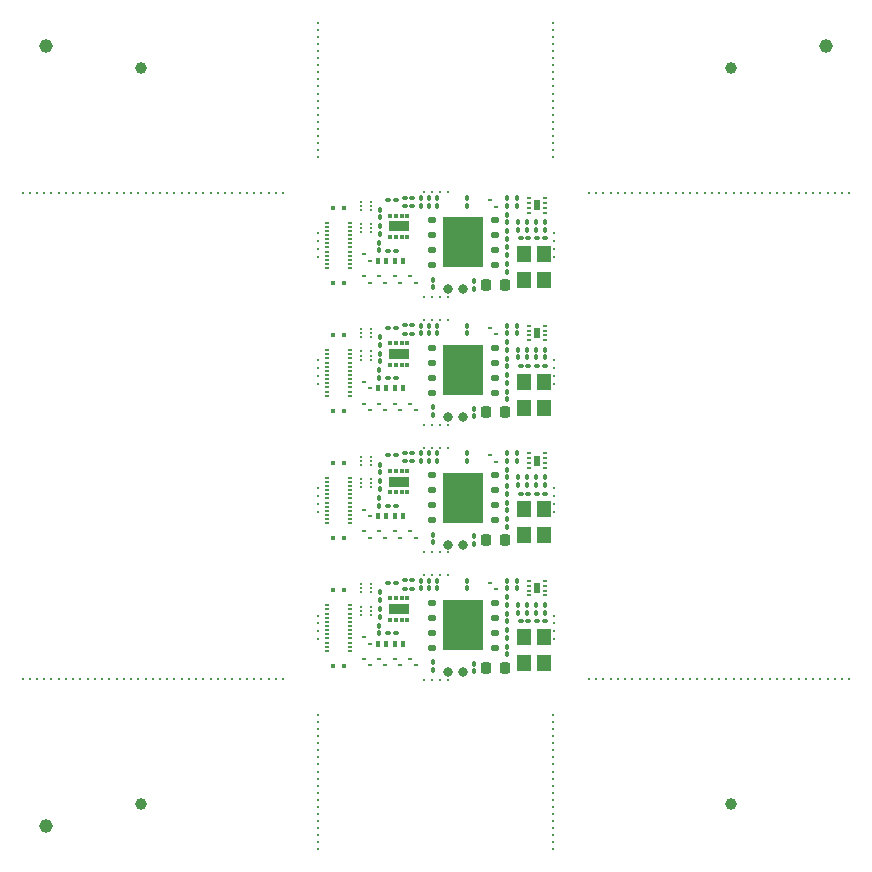
<source format=gbs>
G04 #@! TF.GenerationSoftware,KiCad,Pcbnew,9.0.0*
G04 #@! TF.CreationDate,2025-02-23T12:29:13-05:00*
G04 #@! TF.ProjectId,rp2350-decoder,72703233-3530-42d6-9465-636f6465722e,v0.0.2*
G04 #@! TF.SameCoordinates,Original*
G04 #@! TF.FileFunction,Soldermask,Bot*
G04 #@! TF.FilePolarity,Negative*
%FSLAX46Y46*%
G04 Gerber Fmt 4.6, Leading zero omitted, Abs format (unit mm)*
G04 Created by KiCad (PCBNEW 9.0.0) date 2025-02-23 12:29:13*
%MOMM*%
%LPD*%
G01*
G04 APERTURE LIST*
G04 Aperture macros list*
%AMRoundRect*
0 Rectangle with rounded corners*
0 $1 Rounding radius*
0 $2 $3 $4 $5 $6 $7 $8 $9 X,Y pos of 4 corners*
0 Add a 4 corners polygon primitive as box body*
4,1,4,$2,$3,$4,$5,$6,$7,$8,$9,$2,$3,0*
0 Add four circle primitives for the rounded corners*
1,1,$1+$1,$2,$3*
1,1,$1+$1,$4,$5*
1,1,$1+$1,$6,$7*
1,1,$1+$1,$8,$9*
0 Add four rect primitives between the rounded corners*
20,1,$1+$1,$2,$3,$4,$5,0*
20,1,$1+$1,$4,$5,$6,$7,0*
20,1,$1+$1,$6,$7,$8,$9,0*
20,1,$1+$1,$8,$9,$2,$3,0*%
G04 Aperture macros list end*
%ADD10C,0.300000*%
%ADD11C,1.152000*%
%ADD12RoundRect,0.050000X0.050000X0.050000X-0.050000X0.050000X-0.050000X-0.050000X0.050000X-0.050000X0*%
%ADD13RoundRect,0.100000X0.130000X0.100000X-0.130000X0.100000X-0.130000X-0.100000X0.130000X-0.100000X0*%
%ADD14RoundRect,0.100000X0.100000X-0.130000X0.100000X0.130000X-0.100000X0.130000X-0.100000X-0.130000X0*%
%ADD15RoundRect,0.100000X-0.100000X0.130000X-0.100000X-0.130000X0.100000X-0.130000X0.100000X0.130000X0*%
%ADD16R,0.350000X0.600000*%
%ADD17R,0.400000X0.180000*%
%ADD18R,0.380000X0.400000*%
%ADD19C,0.800000*%
%ADD20RoundRect,0.125000X0.250000X0.125000X-0.250000X0.125000X-0.250000X-0.125000X0.250000X-0.125000X0*%
%ADD21R,3.400000X4.300000*%
%ADD22C,1.000000*%
%ADD23RoundRect,0.225000X0.225000X0.250000X-0.225000X0.250000X-0.225000X-0.250000X0.225000X-0.250000X0*%
%ADD24R,0.280000X0.100000*%
%ADD25R,0.350000X0.150000*%
%ADD26R,1.200000X1.400000*%
%ADD27R,0.300000X0.450000*%
%ADD28R,1.700000X0.900000*%
%ADD29R,0.400000X0.200000*%
%ADD30R,0.500000X0.900000*%
%ADD31RoundRect,0.100000X-0.130000X-0.100000X0.130000X-0.100000X0.130000X0.100000X-0.130000X0.100000X0*%
G04 APERTURE END LIST*
D10*
G04 #@! TO.C,KiKit_MB_23_19*
X58975000Y-14400000D03*
G04 #@! TD*
G04 #@! TO.C,KiKit_MB_24_10*
X53462500Y-55600000D03*
G04 #@! TD*
G04 #@! TO.C,KiKit_MB_18_6*
X44950000Y-3000000D03*
G04 #@! TD*
G04 #@! TO.C,KiKit_MB_18_2*
X44950000Y-600000D03*
G04 #@! TD*
G04 #@! TO.C,KiKit_MB_20_5*
X44950000Y-61000000D03*
G04 #@! TD*
G04 #@! TO.C,KiKit_MB_5_2*
X25020000Y-29933333D03*
G04 #@! TD*
G04 #@! TO.C,KiKit_MB_1_4*
X25020000Y-17800000D03*
G04 #@! TD*
G04 #@! TO.C,KiKit_MB_17_17*
X25050000Y-9600000D03*
G04 #@! TD*
G04 #@! TO.C,KiKit_MB_23_33*
X67550000Y-14400000D03*
G04 #@! TD*
G04 #@! TO.C,KiKit_MB_20_10*
X44950000Y-64000000D03*
G04 #@! TD*
G04 #@! TO.C,KiKit_MB_15_1*
X34000000Y-46770000D03*
G04 #@! TD*
G04 #@! TO.C,KiKit_MB_19_6*
X25050000Y-61600000D03*
G04 #@! TD*
G04 #@! TO.C,KiKit_MB_12_2*
X35333333Y-44830000D03*
G04 #@! TD*
G04 #@! TO.C,KiKit_MB_1_3*
X25020000Y-18466667D03*
G04 #@! TD*
G04 #@! TO.C,KiKit_MB_20_20*
X44950000Y-70000000D03*
G04 #@! TD*
G04 #@! TO.C,KiKit_MB_9_4*
X25020000Y-39400000D03*
G04 #@! TD*
G04 #@! TO.C,KiKit_MB_21_21*
X12250000Y-14400000D03*
G04 #@! TD*
D11*
G04 #@! TO.C,KiKit_TO_2*
X68000000Y-2000000D03*
G04 #@! TD*
D10*
G04 #@! TO.C,KiKit_MB_13_2*
X25020000Y-51533333D03*
G04 #@! TD*
G04 #@! TO.C,KiKit_MB_18_5*
X44950000Y-2400000D03*
G04 #@! TD*
G04 #@! TO.C,KiKit_MB_23_24*
X62037500Y-14400000D03*
G04 #@! TD*
G04 #@! TO.C,KiKit_MB_22_10*
X5512500Y-55600000D03*
G04 #@! TD*
G04 #@! TO.C,KiKit_MB_21_8*
X4287500Y-14400000D03*
G04 #@! TD*
G04 #@! TO.C,KiKit_MB_2_4*
X44980000Y-19800000D03*
G04 #@! TD*
G04 #@! TO.C,KiKit_MB_18_20*
X44950000Y-11400000D03*
G04 #@! TD*
G04 #@! TO.C,KiKit_MB_18_15*
X44950000Y-8400000D03*
G04 #@! TD*
G04 #@! TO.C,KiKit_MB_21_1*
X0Y-14400000D03*
G04 #@! TD*
G04 #@! TO.C,KiKit_MB_24_6*
X51012500Y-55600000D03*
G04 #@! TD*
G04 #@! TO.C,KiKit_MB_21_31*
X18375000Y-14400000D03*
G04 #@! TD*
G04 #@! TO.C,KiKit_MB_17_5*
X25050000Y-2400000D03*
G04 #@! TD*
G04 #@! TO.C,KiKit_MB_18_13*
X44950000Y-7200000D03*
G04 #@! TD*
G04 #@! TO.C,KiKit_MB_21_24*
X14087500Y-14400000D03*
G04 #@! TD*
G04 #@! TO.C,KiKit_MB_22_17*
X9800000Y-55600000D03*
G04 #@! TD*
G04 #@! TO.C,KiKit_MB_18_11*
X44950000Y-6000000D03*
G04 #@! TD*
G04 #@! TO.C,KiKit_MB_22_7*
X3675000Y-55600000D03*
G04 #@! TD*
G04 #@! TO.C,KiKit_MB_24_22*
X60812500Y-55600000D03*
G04 #@! TD*
G04 #@! TO.C,KiKit_MB_23_18*
X58362500Y-14400000D03*
G04 #@! TD*
G04 #@! TO.C,KiKit_MB_20_16*
X44950000Y-67600000D03*
G04 #@! TD*
G04 #@! TO.C,KiKit_MB_23_14*
X55912500Y-14400000D03*
G04 #@! TD*
G04 #@! TO.C,KiKit_MB_24_35*
X68775000Y-55600000D03*
G04 #@! TD*
G04 #@! TO.C,KiKit_MB_19_1*
X25050000Y-58600000D03*
G04 #@! TD*
G04 #@! TO.C,KiKit_MB_6_1*
X44980000Y-28600000D03*
G04 #@! TD*
G04 #@! TO.C,KiKit_MB_21_34*
X20212500Y-14400000D03*
G04 #@! TD*
G04 #@! TO.C,KiKit_MB_19_12*
X25050000Y-65200000D03*
G04 #@! TD*
G04 #@! TO.C,KiKit_MB_17_11*
X25050000Y-6000000D03*
G04 #@! TD*
G04 #@! TO.C,KiKit_MB_17_16*
X25050000Y-9000000D03*
G04 #@! TD*
G04 #@! TO.C,KiKit_MB_21_35*
X20825000Y-14400000D03*
G04 #@! TD*
G04 #@! TO.C,KiKit_MB_14_2*
X44980000Y-50866666D03*
G04 #@! TD*
G04 #@! TO.C,KiKit_MB_22_4*
X1837500Y-55600000D03*
G04 #@! TD*
G04 #@! TO.C,KiKit_MB_22_19*
X11025000Y-55600000D03*
G04 #@! TD*
G04 #@! TO.C,KiKit_MB_2_3*
X44980000Y-19133333D03*
G04 #@! TD*
G04 #@! TO.C,KiKit_MB_23_12*
X54687500Y-14400000D03*
G04 #@! TD*
G04 #@! TO.C,KiKit_MB_24_36*
X69387500Y-55600000D03*
G04 #@! TD*
G04 #@! TO.C,KiKit_MB_22_27*
X15925000Y-55600000D03*
G04 #@! TD*
G04 #@! TO.C,KiKit_MB_19_18*
X25050000Y-68800000D03*
G04 #@! TD*
G04 #@! TO.C,KiKit_MB_19_14*
X25050000Y-66400000D03*
G04 #@! TD*
G04 #@! TO.C,KiKit_MB_23_26*
X63262500Y-14400000D03*
G04 #@! TD*
G04 #@! TO.C,KiKit_MB_8_3*
X34666667Y-34030000D03*
G04 #@! TD*
G04 #@! TO.C,KiKit_MB_18_14*
X44950000Y-7800000D03*
G04 #@! TD*
G04 #@! TO.C,KiKit_MB_21_30*
X17762500Y-14400000D03*
G04 #@! TD*
G04 #@! TO.C,KiKit_MB_24_7*
X51625000Y-55600000D03*
G04 #@! TD*
G04 #@! TO.C,KiKit_MB_12_3*
X34666667Y-44830000D03*
G04 #@! TD*
G04 #@! TO.C,KiKit_MB_23_20*
X59587500Y-14400000D03*
G04 #@! TD*
G04 #@! TO.C,KiKit_MB_10_1*
X44980000Y-39400000D03*
G04 #@! TD*
G04 #@! TO.C,KiKit_MB_20_18*
X44950000Y-68800000D03*
G04 #@! TD*
G04 #@! TO.C,KiKit_MB_23_17*
X57750000Y-14400000D03*
G04 #@! TD*
G04 #@! TO.C,KiKit_MB_24_25*
X62650000Y-55600000D03*
G04 #@! TD*
G04 #@! TO.C,KiKit_MB_13_1*
X25020000Y-52200000D03*
G04 #@! TD*
G04 #@! TO.C,KiKit_MB_22_24*
X14087500Y-55600000D03*
G04 #@! TD*
G04 #@! TO.C,KiKit_MB_11_1*
X34000000Y-35970000D03*
G04 #@! TD*
G04 #@! TO.C,KiKit_MB_24_20*
X59587500Y-55600000D03*
G04 #@! TD*
G04 #@! TO.C,KiKit_MB_3_4*
X36000000Y-14370000D03*
G04 #@! TD*
G04 #@! TO.C,KiKit_MB_23_4*
X49787500Y-14400000D03*
G04 #@! TD*
G04 #@! TO.C,KiKit_MB_14_1*
X44980000Y-50200000D03*
G04 #@! TD*
G04 #@! TO.C,KiKit_MB_21_10*
X5512500Y-14400000D03*
G04 #@! TD*
G04 #@! TO.C,KiKit_MB_17_14*
X25050000Y-7800000D03*
G04 #@! TD*
G04 #@! TO.C,KiKit_MB_15_3*
X35333333Y-46770000D03*
G04 #@! TD*
G04 #@! TO.C,KiKit_MB_18_16*
X44950000Y-9000000D03*
G04 #@! TD*
G04 #@! TO.C,KiKit_MB_22_29*
X17150000Y-55600000D03*
G04 #@! TD*
G04 #@! TO.C,KiKit_MB_22_30*
X17762500Y-55600000D03*
G04 #@! TD*
G04 #@! TO.C,KiKit_MB_24_19*
X58975000Y-55600000D03*
G04 #@! TD*
G04 #@! TO.C,KiKit_MB_22_3*
X1225000Y-55600000D03*
G04 #@! TD*
G04 #@! TO.C,KiKit_MB_24_26*
X63262500Y-55600000D03*
G04 #@! TD*
G04 #@! TO.C,KiKit_MB_22_35*
X20825000Y-55600000D03*
G04 #@! TD*
G04 #@! TO.C,KiKit_MB_23_3*
X49175000Y-14400000D03*
G04 #@! TD*
G04 #@! TO.C,KiKit_MB_19_8*
X25050000Y-62800000D03*
G04 #@! TD*
G04 #@! TO.C,KiKit_MB_21_17*
X9800000Y-14400000D03*
G04 #@! TD*
G04 #@! TO.C,KiKit_MB_21_26*
X15312500Y-14400000D03*
G04 #@! TD*
G04 #@! TO.C,KiKit_MB_24_34*
X68162500Y-55600000D03*
G04 #@! TD*
G04 #@! TO.C,KiKit_MB_11_4*
X36000000Y-35970000D03*
G04 #@! TD*
G04 #@! TO.C,KiKit_MB_22_21*
X12250000Y-55600000D03*
G04 #@! TD*
G04 #@! TO.C,KiKit_MB_4_3*
X34666667Y-23230000D03*
G04 #@! TD*
G04 #@! TO.C,KiKit_MB_22_33*
X19600000Y-55600000D03*
G04 #@! TD*
G04 #@! TO.C,KiKit_MB_23_16*
X57137500Y-14400000D03*
G04 #@! TD*
G04 #@! TO.C,KiKit_MB_23_11*
X54075000Y-14400000D03*
G04 #@! TD*
G04 #@! TO.C,KiKit_MB_14_4*
X44980000Y-52200000D03*
G04 #@! TD*
G04 #@! TO.C,KiKit_MB_24_31*
X66325000Y-55600000D03*
G04 #@! TD*
G04 #@! TO.C,KiKit_MB_21_25*
X14700000Y-14400000D03*
G04 #@! TD*
G04 #@! TO.C,KiKit_MB_17_6*
X25050000Y-3000000D03*
G04 #@! TD*
G04 #@! TO.C,KiKit_MB_23_28*
X64487500Y-14400000D03*
G04 #@! TD*
G04 #@! TO.C,KiKit_MB_18_8*
X44950000Y-4200000D03*
G04 #@! TD*
G04 #@! TO.C,KiKit_MB_23_9*
X52850000Y-14400000D03*
G04 #@! TD*
G04 #@! TO.C,KiKit_MB_19_10*
X25050000Y-64000000D03*
G04 #@! TD*
G04 #@! TO.C,KiKit_MB_24_37*
X70000000Y-55600000D03*
G04 #@! TD*
G04 #@! TO.C,KiKit_MB_23_5*
X50400000Y-14400000D03*
G04 #@! TD*
G04 #@! TO.C,KiKit_MB_4_2*
X35333333Y-23230000D03*
G04 #@! TD*
G04 #@! TO.C,KiKit_MB_21_23*
X13475000Y-14400000D03*
G04 #@! TD*
G04 #@! TO.C,KiKit_MB_16_3*
X34666667Y-55630000D03*
G04 #@! TD*
G04 #@! TO.C,KiKit_MB_23_21*
X60200000Y-14400000D03*
G04 #@! TD*
G04 #@! TO.C,KiKit_MB_19_9*
X25050000Y-63400000D03*
G04 #@! TD*
G04 #@! TO.C,KiKit_MB_21_4*
X1837500Y-14400000D03*
G04 #@! TD*
G04 #@! TO.C,KiKit_MB_24_27*
X63875000Y-55600000D03*
G04 #@! TD*
G04 #@! TO.C,KiKit_MB_10_3*
X44980000Y-40733333D03*
G04 #@! TD*
G04 #@! TO.C,KiKit_MB_23_6*
X51012500Y-14400000D03*
G04 #@! TD*
G04 #@! TO.C,KiKit_MB_22_5*
X2450000Y-55600000D03*
G04 #@! TD*
G04 #@! TO.C,KiKit_MB_18_18*
X44950000Y-10200000D03*
G04 #@! TD*
G04 #@! TO.C,KiKit_MB_24_30*
X65712500Y-55600000D03*
G04 #@! TD*
G04 #@! TO.C,KiKit_MB_24_14*
X55912500Y-55600000D03*
G04 #@! TD*
G04 #@! TO.C,KiKit_MB_22_2*
X612500Y-55600000D03*
G04 #@! TD*
G04 #@! TO.C,KiKit_MB_21_18*
X10412500Y-14400000D03*
G04 #@! TD*
G04 #@! TO.C,KiKit_MB_18_4*
X44950000Y-1800000D03*
G04 #@! TD*
G04 #@! TO.C,KiKit_MB_23_23*
X61425000Y-14400000D03*
G04 #@! TD*
G04 #@! TO.C,KiKit_MB_23_15*
X56525000Y-14400000D03*
G04 #@! TD*
G04 #@! TO.C,KiKit_MB_18_7*
X44950000Y-3600000D03*
G04 #@! TD*
G04 #@! TO.C,KiKit_MB_5_1*
X25020000Y-30600000D03*
G04 #@! TD*
G04 #@! TO.C,KiKit_MB_19_5*
X25050000Y-61000000D03*
G04 #@! TD*
G04 #@! TO.C,KiKit_MB_12_1*
X36000000Y-44830000D03*
G04 #@! TD*
G04 #@! TO.C,KiKit_MB_24_15*
X56525000Y-55600000D03*
G04 #@! TD*
G04 #@! TO.C,KiKit_MB_24_3*
X49175000Y-55600000D03*
G04 #@! TD*
G04 #@! TO.C,KiKit_MB_17_7*
X25050000Y-3600000D03*
G04 #@! TD*
G04 #@! TO.C,KiKit_MB_23_34*
X68162500Y-14400000D03*
G04 #@! TD*
G04 #@! TO.C,KiKit_MB_9_3*
X25020000Y-40066666D03*
G04 #@! TD*
G04 #@! TO.C,KiKit_MB_18_17*
X44950000Y-9600000D03*
G04 #@! TD*
G04 #@! TO.C,KiKit_MB_22_37*
X22050000Y-55600000D03*
G04 #@! TD*
G04 #@! TO.C,KiKit_MB_23_29*
X65100000Y-14400000D03*
G04 #@! TD*
G04 #@! TO.C,KiKit_MB_19_15*
X25050000Y-67000000D03*
G04 #@! TD*
G04 #@! TO.C,KiKit_MB_17_18*
X25050000Y-10200000D03*
G04 #@! TD*
G04 #@! TO.C,KiKit_MB_20_11*
X44950000Y-64600000D03*
G04 #@! TD*
G04 #@! TO.C,KiKit_MB_17_1*
X25050000Y0D03*
G04 #@! TD*
G04 #@! TO.C,KiKit_MB_22_25*
X14700000Y-55600000D03*
G04 #@! TD*
G04 #@! TO.C,KiKit_MB_6_2*
X44980000Y-29266666D03*
G04 #@! TD*
D11*
G04 #@! TO.C,KiKit_TO_1*
X2000000Y-2000000D03*
G04 #@! TD*
D10*
G04 #@! TO.C,KiKit_MB_21_29*
X17150000Y-14400000D03*
G04 #@! TD*
G04 #@! TO.C,KiKit_MB_21_19*
X11025000Y-14400000D03*
G04 #@! TD*
G04 #@! TO.C,KiKit_MB_24_24*
X62037500Y-55600000D03*
G04 #@! TD*
G04 #@! TO.C,KiKit_MB_3_1*
X34000000Y-14370000D03*
G04 #@! TD*
G04 #@! TO.C,KiKit_MB_16_2*
X35333333Y-55630000D03*
G04 #@! TD*
G04 #@! TO.C,KiKit_MB_22_1*
X0Y-55600000D03*
G04 #@! TD*
G04 #@! TO.C,KiKit_MB_24_23*
X61425000Y-55600000D03*
G04 #@! TD*
G04 #@! TO.C,KiKit_MB_21_5*
X2450000Y-14400000D03*
G04 #@! TD*
G04 #@! TO.C,KiKit_MB_17_19*
X25050000Y-10800000D03*
G04 #@! TD*
G04 #@! TO.C,KiKit_MB_24_11*
X54075000Y-55600000D03*
G04 #@! TD*
G04 #@! TO.C,KiKit_MB_14_3*
X44980000Y-51533333D03*
G04 #@! TD*
G04 #@! TO.C,KiKit_MB_17_10*
X25050000Y-5400000D03*
G04 #@! TD*
G04 #@! TO.C,KiKit_MB_21_13*
X7350000Y-14400000D03*
G04 #@! TD*
G04 #@! TO.C,KiKit_MB_8_1*
X36000000Y-34030000D03*
G04 #@! TD*
G04 #@! TO.C,KiKit_MB_22_26*
X15312500Y-55600000D03*
G04 #@! TD*
G04 #@! TO.C,KiKit_MB_21_7*
X3675000Y-14400000D03*
G04 #@! TD*
G04 #@! TO.C,KiKit_MB_20_17*
X44950000Y-68200000D03*
G04 #@! TD*
G04 #@! TO.C,KiKit_MB_19_17*
X25050000Y-68200000D03*
G04 #@! TD*
G04 #@! TO.C,KiKit_MB_22_15*
X8575000Y-55600000D03*
G04 #@! TD*
G04 #@! TO.C,KiKit_MB_19_16*
X25050000Y-67600000D03*
G04 #@! TD*
G04 #@! TO.C,KiKit_MB_17_20*
X25050000Y-11400000D03*
G04 #@! TD*
G04 #@! TO.C,KiKit_MB_24_2*
X48562500Y-55600000D03*
G04 #@! TD*
G04 #@! TO.C,KiKit_MB_22_34*
X20212500Y-55600000D03*
G04 #@! TD*
G04 #@! TO.C,KiKit_MB_22_11*
X6125000Y-55600000D03*
G04 #@! TD*
G04 #@! TO.C,KiKit_MB_9_1*
X25020000Y-41400000D03*
G04 #@! TD*
G04 #@! TO.C,KiKit_MB_5_4*
X25020000Y-28600000D03*
G04 #@! TD*
G04 #@! TO.C,KiKit_MB_23_37*
X70000000Y-14400000D03*
G04 #@! TD*
G04 #@! TO.C,KiKit_MB_24_33*
X67550000Y-55600000D03*
G04 #@! TD*
G04 #@! TO.C,KiKit_MB_23_30*
X65712500Y-14400000D03*
G04 #@! TD*
G04 #@! TO.C,KiKit_MB_20_4*
X44950000Y-60400000D03*
G04 #@! TD*
G04 #@! TO.C,KiKit_MB_18_19*
X44950000Y-10800000D03*
G04 #@! TD*
G04 #@! TO.C,KiKit_MB_21_12*
X6737500Y-14400000D03*
G04 #@! TD*
G04 #@! TO.C,KiKit_MB_18_12*
X44950000Y-6600000D03*
G04 #@! TD*
G04 #@! TO.C,KiKit_MB_21_20*
X11637500Y-14400000D03*
G04 #@! TD*
G04 #@! TO.C,KiKit_MB_23_7*
X51625000Y-14400000D03*
G04 #@! TD*
G04 #@! TO.C,KiKit_MB_20_19*
X44950000Y-69400000D03*
G04 #@! TD*
G04 #@! TO.C,KiKit_MB_7_4*
X36000000Y-25170000D03*
G04 #@! TD*
G04 #@! TO.C,KiKit_MB_21_9*
X4900000Y-14400000D03*
G04 #@! TD*
G04 #@! TO.C,KiKit_MB_15_4*
X36000000Y-46770000D03*
G04 #@! TD*
G04 #@! TO.C,KiKit_MB_24_32*
X66937500Y-55600000D03*
G04 #@! TD*
G04 #@! TO.C,KiKit_MB_12_4*
X34000000Y-44830000D03*
G04 #@! TD*
G04 #@! TO.C,KiKit_MB_23_22*
X60812500Y-14400000D03*
G04 #@! TD*
G04 #@! TO.C,KiKit_MB_22_13*
X7350000Y-55600000D03*
G04 #@! TD*
G04 #@! TO.C,KiKit_MB_23_35*
X68775000Y-14400000D03*
G04 #@! TD*
G04 #@! TO.C,KiKit_MB_24_9*
X52850000Y-55600000D03*
G04 #@! TD*
G04 #@! TO.C,KiKit_MB_2_1*
X44980000Y-17800000D03*
G04 #@! TD*
G04 #@! TO.C,KiKit_MB_4_4*
X34000000Y-23230000D03*
G04 #@! TD*
G04 #@! TO.C,KiKit_MB_7_2*
X34666667Y-25170000D03*
G04 #@! TD*
G04 #@! TO.C,KiKit_MB_18_1*
X44950000Y0D03*
G04 #@! TD*
G04 #@! TO.C,KiKit_MB_6_4*
X44980000Y-30600000D03*
G04 #@! TD*
G04 #@! TO.C,KiKit_MB_2_2*
X44980000Y-18466667D03*
G04 #@! TD*
G04 #@! TO.C,KiKit_MB_23_8*
X52237500Y-14400000D03*
G04 #@! TD*
G04 #@! TO.C,KiKit_MB_22_22*
X12862500Y-55600000D03*
G04 #@! TD*
G04 #@! TO.C,KiKit_MB_20_12*
X44950000Y-65200000D03*
G04 #@! TD*
G04 #@! TO.C,KiKit_MB_19_7*
X25050000Y-62200000D03*
G04 #@! TD*
G04 #@! TO.C,KiKit_MB_24_29*
X65100000Y-55600000D03*
G04 #@! TD*
G04 #@! TO.C,KiKit_MB_23_1*
X47950000Y-14400000D03*
G04 #@! TD*
G04 #@! TO.C,KiKit_MB_13_3*
X25020000Y-50866666D03*
G04 #@! TD*
G04 #@! TO.C,KiKit_MB_3_2*
X34666667Y-14370000D03*
G04 #@! TD*
G04 #@! TO.C,KiKit_MB_8_4*
X34000000Y-34030000D03*
G04 #@! TD*
G04 #@! TO.C,KiKit_MB_23_10*
X53462500Y-14400000D03*
G04 #@! TD*
G04 #@! TO.C,KiKit_MB_20_15*
X44950000Y-67000000D03*
G04 #@! TD*
G04 #@! TO.C,KiKit_MB_20_2*
X44950000Y-59200000D03*
G04 #@! TD*
G04 #@! TO.C,KiKit_MB_5_3*
X25020000Y-29266666D03*
G04 #@! TD*
G04 #@! TO.C,KiKit_MB_20_13*
X44950000Y-65800000D03*
G04 #@! TD*
G04 #@! TO.C,KiKit_MB_21_16*
X9187500Y-14400000D03*
G04 #@! TD*
G04 #@! TO.C,KiKit_MB_18_10*
X44950000Y-5400000D03*
G04 #@! TD*
G04 #@! TO.C,KiKit_MB_4_1*
X36000000Y-23230000D03*
G04 #@! TD*
G04 #@! TO.C,KiKit_MB_21_15*
X8575000Y-14400000D03*
G04 #@! TD*
G04 #@! TO.C,KiKit_MB_17_12*
X25050000Y-6600000D03*
G04 #@! TD*
G04 #@! TO.C,KiKit_MB_19_11*
X25050000Y-64600000D03*
G04 #@! TD*
G04 #@! TO.C,KiKit_MB_24_13*
X55300000Y-55600000D03*
G04 #@! TD*
G04 #@! TO.C,KiKit_MB_22_32*
X18987500Y-55600000D03*
G04 #@! TD*
G04 #@! TO.C,KiKit_MB_19_20*
X25050000Y-70000000D03*
G04 #@! TD*
G04 #@! TO.C,KiKit_MB_21_14*
X7962500Y-14400000D03*
G04 #@! TD*
G04 #@! TO.C,KiKit_MB_10_4*
X44980000Y-41400000D03*
G04 #@! TD*
G04 #@! TO.C,KiKit_MB_23_13*
X55300000Y-14400000D03*
G04 #@! TD*
G04 #@! TO.C,KiKit_MB_23_31*
X66325000Y-14400000D03*
G04 #@! TD*
G04 #@! TO.C,KiKit_MB_23_25*
X62650000Y-14400000D03*
G04 #@! TD*
G04 #@! TO.C,KiKit_MB_22_12*
X6737500Y-55600000D03*
G04 #@! TD*
G04 #@! TO.C,KiKit_MB_21_37*
X22050000Y-14400000D03*
G04 #@! TD*
G04 #@! TO.C,KiKit_MB_21_22*
X12862500Y-14400000D03*
G04 #@! TD*
G04 #@! TO.C,KiKit_MB_19_19*
X25050000Y-69400000D03*
G04 #@! TD*
G04 #@! TO.C,KiKit_MB_24_17*
X57750000Y-55600000D03*
G04 #@! TD*
G04 #@! TO.C,KiKit_MB_20_9*
X44950000Y-63400000D03*
G04 #@! TD*
G04 #@! TO.C,KiKit_MB_22_9*
X4900000Y-55600000D03*
G04 #@! TD*
G04 #@! TO.C,KiKit_MB_24_5*
X50400000Y-55600000D03*
G04 #@! TD*
G04 #@! TO.C,KiKit_MB_7_3*
X35333333Y-25170000D03*
G04 #@! TD*
D11*
G04 #@! TO.C,KiKit_TO_3*
X2000000Y-68000000D03*
G04 #@! TD*
D10*
G04 #@! TO.C,KiKit_MB_20_6*
X44950000Y-61600000D03*
G04 #@! TD*
G04 #@! TO.C,KiKit_MB_24_8*
X52237500Y-55600000D03*
G04 #@! TD*
G04 #@! TO.C,KiKit_MB_22_23*
X13475000Y-55600000D03*
G04 #@! TD*
G04 #@! TO.C,KiKit_MB_6_3*
X44980000Y-29933333D03*
G04 #@! TD*
G04 #@! TO.C,KiKit_MB_13_4*
X25020000Y-50200000D03*
G04 #@! TD*
G04 #@! TO.C,KiKit_MB_21_32*
X18987500Y-14400000D03*
G04 #@! TD*
G04 #@! TO.C,KiKit_MB_15_2*
X34666667Y-46770000D03*
G04 #@! TD*
G04 #@! TO.C,KiKit_MB_17_3*
X25050000Y-1200000D03*
G04 #@! TD*
G04 #@! TO.C,KiKit_MB_1_2*
X25020000Y-19133333D03*
G04 #@! TD*
G04 #@! TO.C,KiKit_MB_17_13*
X25050000Y-7200000D03*
G04 #@! TD*
G04 #@! TO.C,KiKit_MB_24_28*
X64487500Y-55600000D03*
G04 #@! TD*
G04 #@! TO.C,KiKit_MB_22_28*
X16537500Y-55600000D03*
G04 #@! TD*
G04 #@! TO.C,KiKit_MB_9_2*
X25020000Y-40733333D03*
G04 #@! TD*
G04 #@! TO.C,KiKit_MB_23_2*
X48562500Y-14400000D03*
G04 #@! TD*
G04 #@! TO.C,KiKit_MB_23_36*
X69387500Y-14400000D03*
G04 #@! TD*
G04 #@! TO.C,KiKit_MB_8_2*
X35333333Y-34030000D03*
G04 #@! TD*
G04 #@! TO.C,KiKit_MB_11_2*
X34666667Y-35970000D03*
G04 #@! TD*
G04 #@! TO.C,KiKit_MB_20_8*
X44950000Y-62800000D03*
G04 #@! TD*
G04 #@! TO.C,KiKit_MB_21_36*
X21437500Y-14400000D03*
G04 #@! TD*
G04 #@! TO.C,KiKit_MB_16_1*
X36000000Y-55630000D03*
G04 #@! TD*
G04 #@! TO.C,KiKit_MB_21_2*
X612500Y-14400000D03*
G04 #@! TD*
G04 #@! TO.C,KiKit_MB_18_9*
X44950000Y-4800000D03*
G04 #@! TD*
G04 #@! TO.C,KiKit_MB_21_33*
X19600000Y-14400000D03*
G04 #@! TD*
G04 #@! TO.C,KiKit_MB_24_21*
X60200000Y-55600000D03*
G04 #@! TD*
G04 #@! TO.C,KiKit_MB_22_20*
X11637500Y-55600000D03*
G04 #@! TD*
G04 #@! TO.C,KiKit_MB_24_12*
X54687500Y-55600000D03*
G04 #@! TD*
G04 #@! TO.C,KiKit_MB_17_4*
X25050000Y-1800000D03*
G04 #@! TD*
G04 #@! TO.C,KiKit_MB_20_14*
X44950000Y-66400000D03*
G04 #@! TD*
G04 #@! TO.C,KiKit_MB_20_3*
X44950000Y-59800000D03*
G04 #@! TD*
G04 #@! TO.C,KiKit_MB_23_32*
X66937500Y-14400000D03*
G04 #@! TD*
G04 #@! TO.C,KiKit_MB_21_27*
X15925000Y-14400000D03*
G04 #@! TD*
G04 #@! TO.C,KiKit_MB_19_13*
X25050000Y-65800000D03*
G04 #@! TD*
G04 #@! TO.C,KiKit_MB_24_18*
X58362500Y-55600000D03*
G04 #@! TD*
G04 #@! TO.C,KiKit_MB_21_28*
X16537500Y-14400000D03*
G04 #@! TD*
G04 #@! TO.C,KiKit_MB_24_16*
X57137500Y-55600000D03*
G04 #@! TD*
G04 #@! TO.C,KiKit_MB_16_4*
X34000000Y-55630000D03*
G04 #@! TD*
G04 #@! TO.C,KiKit_MB_19_2*
X25050000Y-59200000D03*
G04 #@! TD*
G04 #@! TO.C,KiKit_MB_22_8*
X4287500Y-55600000D03*
G04 #@! TD*
G04 #@! TO.C,KiKit_MB_22_16*
X9187500Y-55600000D03*
G04 #@! TD*
G04 #@! TO.C,KiKit_MB_22_6*
X3062500Y-55600000D03*
G04 #@! TD*
G04 #@! TO.C,KiKit_MB_17_15*
X25050000Y-8400000D03*
G04 #@! TD*
G04 #@! TO.C,KiKit_MB_21_3*
X1225000Y-14400000D03*
G04 #@! TD*
G04 #@! TO.C,KiKit_MB_24_1*
X47950000Y-55600000D03*
G04 #@! TD*
G04 #@! TO.C,KiKit_MB_20_7*
X44950000Y-62200000D03*
G04 #@! TD*
G04 #@! TO.C,KiKit_MB_1_1*
X25020000Y-19800000D03*
G04 #@! TD*
G04 #@! TO.C,KiKit_MB_17_8*
X25050000Y-4200000D03*
G04 #@! TD*
G04 #@! TO.C,KiKit_MB_3_3*
X35333333Y-14370000D03*
G04 #@! TD*
G04 #@! TO.C,KiKit_MB_22_14*
X7962500Y-55600000D03*
G04 #@! TD*
G04 #@! TO.C,KiKit_MB_19_3*
X25050000Y-59800000D03*
G04 #@! TD*
G04 #@! TO.C,KiKit_MB_22_31*
X18375000Y-55600000D03*
G04 #@! TD*
G04 #@! TO.C,KiKit_MB_21_11*
X6125000Y-14400000D03*
G04 #@! TD*
G04 #@! TO.C,KiKit_MB_19_4*
X25050000Y-60400000D03*
G04 #@! TD*
G04 #@! TO.C,KiKit_MB_20_1*
X44950000Y-58600000D03*
G04 #@! TD*
G04 #@! TO.C,KiKit_MB_23_27*
X63875000Y-14400000D03*
G04 #@! TD*
G04 #@! TO.C,KiKit_MB_7_1*
X34000000Y-25170000D03*
G04 #@! TD*
G04 #@! TO.C,KiKit_MB_22_36*
X21437500Y-55600000D03*
G04 #@! TD*
G04 #@! TO.C,KiKit_MB_22_18*
X10412500Y-55600000D03*
G04 #@! TD*
G04 #@! TO.C,KiKit_MB_11_3*
X35333333Y-35970000D03*
G04 #@! TD*
G04 #@! TO.C,KiKit_MB_17_2*
X25050000Y-600000D03*
G04 #@! TD*
G04 #@! TO.C,KiKit_MB_10_2*
X44980000Y-40066666D03*
G04 #@! TD*
G04 #@! TO.C,KiKit_MB_24_4*
X49787500Y-55600000D03*
G04 #@! TD*
G04 #@! TO.C,KiKit_MB_17_9*
X25050000Y-4800000D03*
G04 #@! TD*
G04 #@! TO.C,KiKit_MB_18_3*
X44950000Y-1200000D03*
G04 #@! TD*
G04 #@! TO.C,KiKit_MB_21_6*
X3062500Y-14400000D03*
G04 #@! TD*
D12*
G04 #@! TO.C,Q4*
X29520000Y-25940000D03*
X29520000Y-26290000D03*
X29520000Y-26640000D03*
X28620000Y-26640000D03*
X28620000Y-26290000D03*
X28620000Y-25940000D03*
G04 #@! TD*
D13*
G04 #@! TO.C,R17*
X31590000Y-30110000D03*
X30950000Y-30110000D03*
G04 #@! TD*
D14*
G04 #@! TO.C,C12*
X37650000Y-47880000D03*
X37650000Y-47240000D03*
G04 #@! TD*
G04 #@! TO.C,R15*
X41010000Y-37080000D03*
X41010000Y-36440000D03*
G04 #@! TD*
D15*
G04 #@! TO.C,R1*
X43500000Y-16900000D03*
X43500000Y-17540000D03*
G04 #@! TD*
D16*
G04 #@! TO.C,D6*
X30775000Y-41770000D03*
X30125000Y-41770000D03*
G04 #@! TD*
D15*
G04 #@! TO.C,R19*
X30240000Y-26640000D03*
X30240000Y-27280000D03*
G04 #@! TD*
D13*
G04 #@! TO.C,R7*
X32980000Y-36420000D03*
X32340000Y-36420000D03*
G04 #@! TD*
D17*
G04 #@! TO.C,J3*
X27700000Y-16920000D03*
X27700000Y-17270000D03*
X27700000Y-17630000D03*
X27700000Y-17980000D03*
X27700000Y-18330000D03*
X27700000Y-18680000D03*
X27700000Y-19030000D03*
X27700000Y-19380000D03*
X27700000Y-19730000D03*
X27700000Y-20080000D03*
X27700000Y-20430000D03*
X27700000Y-20780000D03*
X25800000Y-20780000D03*
X25800000Y-20430000D03*
X25800000Y-20080000D03*
X25800000Y-19730000D03*
X25800000Y-19380000D03*
X25800000Y-19030000D03*
X25800000Y-18680000D03*
X25800000Y-18330000D03*
X25800000Y-17980000D03*
X25800000Y-17630000D03*
X25800000Y-17270000D03*
X25800000Y-16920000D03*
D18*
X27230000Y-15650000D03*
X26270000Y-15650000D03*
X27230000Y-22060000D03*
X26270000Y-22060000D03*
G04 #@! TD*
D14*
G04 #@! TO.C,C6*
X41010000Y-41270000D03*
X41010000Y-40630000D03*
G04 #@! TD*
G04 #@! TO.C,C6*
X41010000Y-19670000D03*
X41010000Y-19030000D03*
G04 #@! TD*
G04 #@! TO.C,C3*
X34410000Y-15480000D03*
X34410000Y-14840000D03*
G04 #@! TD*
D13*
G04 #@! TO.C,C4*
X44210000Y-18270000D03*
X43570000Y-18270000D03*
G04 #@! TD*
D14*
G04 #@! TO.C,R16*
X30220000Y-51680000D03*
X30220000Y-51040000D03*
G04 #@! TD*
D15*
G04 #@! TO.C,C1*
X41830000Y-14840000D03*
X41830000Y-15480000D03*
G04 #@! TD*
D16*
G04 #@! TO.C,D6*
X30775000Y-20170000D03*
X30125000Y-20170000D03*
G04 #@! TD*
D14*
G04 #@! TO.C,C15*
X35110000Y-15480000D03*
X35110000Y-14840000D03*
G04 #@! TD*
D19*
G04 #@! TO.C,J1*
X36050000Y-22580000D03*
G04 #@! TD*
D14*
G04 #@! TO.C,R16*
X30220000Y-19280000D03*
X30220000Y-18640000D03*
G04 #@! TD*
D15*
G04 #@! TO.C,R19*
X30240000Y-37440000D03*
X30240000Y-38080000D03*
G04 #@! TD*
D20*
G04 #@! TO.C,U3*
X40030000Y-49105000D03*
X40030000Y-50375000D03*
X40030000Y-51645000D03*
X40030000Y-52915000D03*
X34630000Y-52915000D03*
X34630000Y-51645000D03*
X34630000Y-50375000D03*
X34630000Y-49105000D03*
D21*
X37330000Y-51010000D03*
G04 #@! TD*
D15*
G04 #@! TO.C,R18*
X30240000Y-17240000D03*
X30240000Y-17880000D03*
G04 #@! TD*
G04 #@! TO.C,R18*
X30240000Y-49640000D03*
X30240000Y-50280000D03*
G04 #@! TD*
D22*
G04 #@! TO.C,KiKit_FID_B_3*
X10000000Y-66150000D03*
G04 #@! TD*
D15*
G04 #@! TO.C,R2*
X44230000Y-16900000D03*
X44230000Y-17540000D03*
G04 #@! TD*
D13*
G04 #@! TO.C,R5*
X42810000Y-39870000D03*
X42170000Y-39870000D03*
G04 #@! TD*
D19*
G04 #@! TO.C,J1*
X36050000Y-33380000D03*
G04 #@! TD*
D23*
G04 #@! TO.C,C2*
X40825000Y-43800000D03*
X39275000Y-43800000D03*
G04 #@! TD*
D14*
G04 #@! TO.C,C12*
X37650000Y-26280000D03*
X37650000Y-25640000D03*
G04 #@! TD*
D22*
G04 #@! TO.C,KiKit_FID_B_4*
X60000000Y-66150000D03*
G04 #@! TD*
D15*
G04 #@! TO.C,R1*
X43500000Y-27700000D03*
X43500000Y-28340000D03*
G04 #@! TD*
D17*
G04 #@! TO.C,J3*
X27700000Y-38520000D03*
X27700000Y-38870000D03*
X27700000Y-39230000D03*
X27700000Y-39580000D03*
X27700000Y-39930000D03*
X27700000Y-40280000D03*
X27700000Y-40630000D03*
X27700000Y-40980000D03*
X27700000Y-41330000D03*
X27700000Y-41680000D03*
X27700000Y-42030000D03*
X27700000Y-42380000D03*
X25800000Y-42380000D03*
X25800000Y-42030000D03*
X25800000Y-41680000D03*
X25800000Y-41330000D03*
X25800000Y-40980000D03*
X25800000Y-40630000D03*
X25800000Y-40280000D03*
X25800000Y-39930000D03*
X25800000Y-39580000D03*
X25800000Y-39230000D03*
X25800000Y-38870000D03*
X25800000Y-38520000D03*
D18*
X27230000Y-37250000D03*
X26270000Y-37250000D03*
X27230000Y-43660000D03*
X26270000Y-43660000D03*
G04 #@! TD*
D12*
G04 #@! TO.C,Q3*
X29540000Y-17030000D03*
X29540000Y-17380000D03*
X29540000Y-17730000D03*
X28640000Y-17730000D03*
X28640000Y-17380000D03*
X28640000Y-17030000D03*
G04 #@! TD*
D17*
G04 #@! TO.C,J3*
X27700000Y-27720000D03*
X27700000Y-28070000D03*
X27700000Y-28430000D03*
X27700000Y-28780000D03*
X27700000Y-29130000D03*
X27700000Y-29480000D03*
X27700000Y-29830000D03*
X27700000Y-30180000D03*
X27700000Y-30530000D03*
X27700000Y-30880000D03*
X27700000Y-31230000D03*
X27700000Y-31580000D03*
X25800000Y-31580000D03*
X25800000Y-31230000D03*
X25800000Y-30880000D03*
X25800000Y-30530000D03*
X25800000Y-30180000D03*
X25800000Y-29830000D03*
X25800000Y-29480000D03*
X25800000Y-29130000D03*
X25800000Y-28780000D03*
X25800000Y-28430000D03*
X25800000Y-28070000D03*
X25800000Y-27720000D03*
D18*
X27230000Y-26450000D03*
X26270000Y-26450000D03*
X27230000Y-32860000D03*
X26270000Y-32860000D03*
G04 #@! TD*
D24*
G04 #@! TO.C,Q6*
X29410000Y-21380000D03*
X29410000Y-21680000D03*
D25*
X29380000Y-22000000D03*
D24*
X28870000Y-22080000D03*
X28870000Y-21780000D03*
D25*
X28900000Y-21450000D03*
G04 #@! TD*
D14*
G04 #@! TO.C,C15*
X35110000Y-37080000D03*
X35110000Y-36440000D03*
G04 #@! TD*
D20*
G04 #@! TO.C,U3*
X40030000Y-16705000D03*
X40030000Y-17975000D03*
X40030000Y-19245000D03*
X40030000Y-20515000D03*
X34630000Y-20515000D03*
X34630000Y-19245000D03*
X34630000Y-17975000D03*
X34630000Y-16705000D03*
D21*
X37330000Y-18610000D03*
G04 #@! TD*
D14*
G04 #@! TO.C,R16*
X30220000Y-40880000D03*
X30220000Y-40240000D03*
G04 #@! TD*
D15*
G04 #@! TO.C,R4*
X42700000Y-27700000D03*
X42700000Y-28340000D03*
G04 #@! TD*
D14*
G04 #@! TO.C,R15*
X41010000Y-15480000D03*
X41010000Y-14840000D03*
G04 #@! TD*
D15*
G04 #@! TO.C,R18*
X30240000Y-28040000D03*
X30240000Y-28680000D03*
G04 #@! TD*
D24*
G04 #@! TO.C,Q2*
X29420000Y-41150000D03*
X29420000Y-41450000D03*
D25*
X29390000Y-41770000D03*
D24*
X28880000Y-41850000D03*
X28880000Y-41550000D03*
D25*
X28910000Y-41220000D03*
G04 #@! TD*
D15*
G04 #@! TO.C,R3*
X41980000Y-27700000D03*
X41980000Y-28340000D03*
G04 #@! TD*
D14*
G04 #@! TO.C,C3*
X34410000Y-37080000D03*
X34410000Y-36440000D03*
G04 #@! TD*
D26*
G04 #@! TO.C,Y1*
X42440000Y-32600000D03*
X42440000Y-30400000D03*
X44140000Y-30400000D03*
X44140000Y-32600000D03*
G04 #@! TD*
D24*
G04 #@! TO.C,Q5*
X30710000Y-21380000D03*
X30710000Y-21680000D03*
D25*
X30680000Y-22000000D03*
D24*
X30170000Y-22080000D03*
X30170000Y-21780000D03*
D25*
X30200000Y-21450000D03*
G04 #@! TD*
D24*
G04 #@! TO.C,Q1*
X40089896Y-14950000D03*
X40089896Y-15250000D03*
D25*
X40059896Y-15570000D03*
D24*
X39549896Y-15650000D03*
X39549896Y-15350000D03*
D25*
X39579896Y-15020000D03*
G04 #@! TD*
D15*
G04 #@! TO.C,R8*
X33710000Y-25640000D03*
X33710000Y-26280000D03*
G04 #@! TD*
D27*
G04 #@! TO.C,U6*
X32590000Y-50550000D03*
X32090000Y-50550000D03*
X31590000Y-50550000D03*
X31090000Y-50550000D03*
X31090000Y-48750000D03*
X31590000Y-48750000D03*
X32090000Y-48750000D03*
X32590000Y-48750000D03*
D28*
X31840000Y-49650000D03*
G04 #@! TD*
D16*
G04 #@! TO.C,D5*
X31525000Y-20170000D03*
X32175000Y-20170000D03*
G04 #@! TD*
G04 #@! TO.C,D5*
X31525000Y-52570000D03*
X32175000Y-52570000D03*
G04 #@! TD*
D13*
G04 #@! TO.C,C20*
X32980000Y-47920000D03*
X32340000Y-47920000D03*
G04 #@! TD*
D24*
G04 #@! TO.C,Q5*
X30710000Y-42980000D03*
X30710000Y-43280000D03*
D25*
X30680000Y-43600000D03*
D24*
X30170000Y-43680000D03*
X30170000Y-43380000D03*
D25*
X30200000Y-43050000D03*
G04 #@! TD*
D15*
G04 #@! TO.C,R2*
X44230000Y-38500000D03*
X44230000Y-39140000D03*
G04 #@! TD*
D14*
G04 #@! TO.C,C12*
X37650000Y-15480000D03*
X37650000Y-14840000D03*
G04 #@! TD*
G04 #@! TO.C,C11*
X41009891Y-29077149D03*
X41009891Y-28437149D03*
G04 #@! TD*
D26*
G04 #@! TO.C,Y1*
X42440000Y-21800000D03*
X42440000Y-19600000D03*
X44140000Y-19600000D03*
X44140000Y-21800000D03*
G04 #@! TD*
D12*
G04 #@! TO.C,Q3*
X29540000Y-49430000D03*
X29540000Y-49780000D03*
X29540000Y-50130000D03*
X28640000Y-50130000D03*
X28640000Y-49780000D03*
X28640000Y-49430000D03*
G04 #@! TD*
D24*
G04 #@! TO.C,Q7*
X32010000Y-53780000D03*
X32010000Y-54080000D03*
D25*
X31980000Y-54400000D03*
D24*
X31470000Y-54480000D03*
X31470000Y-54180000D03*
D25*
X31500000Y-53850000D03*
G04 #@! TD*
D14*
G04 #@! TO.C,C11*
X41009891Y-18277149D03*
X41009891Y-17637149D03*
G04 #@! TD*
G04 #@! TO.C,C13*
X34780000Y-54790000D03*
X34780000Y-54150000D03*
G04 #@! TD*
D24*
G04 #@! TO.C,Q7*
X32010000Y-42980000D03*
X32010000Y-43280000D03*
D25*
X31980000Y-43600000D03*
D24*
X31470000Y-43680000D03*
X31470000Y-43380000D03*
D25*
X31500000Y-43050000D03*
G04 #@! TD*
D19*
G04 #@! TO.C,J2*
X37330000Y-44180000D03*
G04 #@! TD*
D13*
G04 #@! TO.C,C20*
X32980000Y-26320000D03*
X32340000Y-26320000D03*
G04 #@! TD*
D19*
G04 #@! TO.C,J2*
X37330000Y-22580000D03*
G04 #@! TD*
D29*
G04 #@! TO.C,U1*
X44250000Y-25675000D03*
X44250000Y-26075000D03*
X44250000Y-26475000D03*
X44250000Y-26875000D03*
X42850000Y-26875000D03*
X42850000Y-26475000D03*
X42850000Y-26075000D03*
X42850000Y-25675000D03*
D30*
X43550000Y-26275000D03*
G04 #@! TD*
D13*
G04 #@! TO.C,R5*
X42810000Y-29070000D03*
X42170000Y-29070000D03*
G04 #@! TD*
D29*
G04 #@! TO.C,U1*
X44250000Y-36475000D03*
X44250000Y-36875000D03*
X44250000Y-37275000D03*
X44250000Y-37675000D03*
X42850000Y-37675000D03*
X42850000Y-37275000D03*
X42850000Y-36875000D03*
X42850000Y-36475000D03*
D30*
X43550000Y-37075000D03*
G04 #@! TD*
D24*
G04 #@! TO.C,Q8*
X33310000Y-21380000D03*
X33310000Y-21680000D03*
D25*
X33280000Y-22000000D03*
D24*
X32770000Y-22080000D03*
X32770000Y-21780000D03*
D25*
X32800000Y-21450000D03*
G04 #@! TD*
D14*
G04 #@! TO.C,C6*
X41010000Y-52070000D03*
X41010000Y-51430000D03*
G04 #@! TD*
D12*
G04 #@! TO.C,Q4*
X29520000Y-47540000D03*
X29520000Y-47890000D03*
X29520000Y-48240000D03*
X28620000Y-48240000D03*
X28620000Y-47890000D03*
X28620000Y-47540000D03*
G04 #@! TD*
D15*
G04 #@! TO.C,C1*
X41830000Y-47240000D03*
X41830000Y-47880000D03*
G04 #@! TD*
D12*
G04 #@! TO.C,Q4*
X29520000Y-15140000D03*
X29520000Y-15490000D03*
X29520000Y-15840000D03*
X28620000Y-15840000D03*
X28620000Y-15490000D03*
X28620000Y-15140000D03*
G04 #@! TD*
D15*
G04 #@! TO.C,C1*
X41830000Y-36440000D03*
X41830000Y-37080000D03*
G04 #@! TD*
D14*
G04 #@! TO.C,C13*
X34780000Y-33190000D03*
X34780000Y-32550000D03*
G04 #@! TD*
D22*
G04 #@! TO.C,KiKit_FID_B_1*
X10000000Y-3850000D03*
G04 #@! TD*
D13*
G04 #@! TO.C,R5*
X42810000Y-18270000D03*
X42170000Y-18270000D03*
G04 #@! TD*
D14*
G04 #@! TO.C,C6*
X41010000Y-30470000D03*
X41010000Y-29830000D03*
G04 #@! TD*
D15*
G04 #@! TO.C,R8*
X33710000Y-36440000D03*
X33710000Y-37080000D03*
G04 #@! TD*
G04 #@! TO.C,R6*
X41010000Y-37840000D03*
X41010000Y-38480000D03*
G04 #@! TD*
D13*
G04 #@! TO.C,C20*
X32980000Y-15520000D03*
X32340000Y-15520000D03*
G04 #@! TD*
G04 #@! TO.C,C20*
X32980000Y-37120000D03*
X32340000Y-37120000D03*
G04 #@! TD*
D15*
G04 #@! TO.C,R3*
X41980000Y-49300000D03*
X41980000Y-49940000D03*
G04 #@! TD*
G04 #@! TO.C,R8*
X33710000Y-47240000D03*
X33710000Y-47880000D03*
G04 #@! TD*
D14*
G04 #@! TO.C,C13*
X34780000Y-43990000D03*
X34780000Y-43350000D03*
G04 #@! TD*
D13*
G04 #@! TO.C,R7*
X32980000Y-47220000D03*
X32340000Y-47220000D03*
G04 #@! TD*
D17*
G04 #@! TO.C,J3*
X27700000Y-49320000D03*
X27700000Y-49670000D03*
X27700000Y-50030000D03*
X27700000Y-50380000D03*
X27700000Y-50730000D03*
X27700000Y-51080000D03*
X27700000Y-51430000D03*
X27700000Y-51780000D03*
X27700000Y-52130000D03*
X27700000Y-52480000D03*
X27700000Y-52830000D03*
X27700000Y-53180000D03*
X25800000Y-53180000D03*
X25800000Y-52830000D03*
X25800000Y-52480000D03*
X25800000Y-52130000D03*
X25800000Y-51780000D03*
X25800000Y-51430000D03*
X25800000Y-51080000D03*
X25800000Y-50730000D03*
X25800000Y-50380000D03*
X25800000Y-50030000D03*
X25800000Y-49670000D03*
X25800000Y-49320000D03*
D18*
X27230000Y-48050000D03*
X26270000Y-48050000D03*
X27230000Y-54460000D03*
X26270000Y-54460000D03*
G04 #@! TD*
D15*
G04 #@! TO.C,R2*
X44230000Y-49300000D03*
X44230000Y-49940000D03*
G04 #@! TD*
D13*
G04 #@! TO.C,C4*
X44210000Y-39870000D03*
X43570000Y-39870000D03*
G04 #@! TD*
D24*
G04 #@! TO.C,Q7*
X32010000Y-32180000D03*
X32010000Y-32480000D03*
D25*
X31980000Y-32800000D03*
D24*
X31470000Y-32880000D03*
X31470000Y-32580000D03*
D25*
X31500000Y-32250000D03*
G04 #@! TD*
D24*
G04 #@! TO.C,Q6*
X29410000Y-32180000D03*
X29410000Y-32480000D03*
D25*
X29380000Y-32800000D03*
D24*
X28870000Y-32880000D03*
X28870000Y-32580000D03*
D25*
X28900000Y-32250000D03*
G04 #@! TD*
D24*
G04 #@! TO.C,Q6*
X29410000Y-42980000D03*
X29410000Y-43280000D03*
D25*
X29380000Y-43600000D03*
D24*
X28870000Y-43680000D03*
X28870000Y-43380000D03*
D25*
X28900000Y-43050000D03*
G04 #@! TD*
D19*
G04 #@! TO.C,J2*
X37330000Y-54980000D03*
G04 #@! TD*
D15*
G04 #@! TO.C,R18*
X30240000Y-38840000D03*
X30240000Y-39480000D03*
G04 #@! TD*
G04 #@! TO.C,R4*
X42700000Y-38500000D03*
X42700000Y-39140000D03*
G04 #@! TD*
D22*
G04 #@! TO.C,KiKit_FID_B_2*
X60000000Y-3850000D03*
G04 #@! TD*
D15*
G04 #@! TO.C,C16*
X38220000Y-43480000D03*
X38220000Y-44120000D03*
G04 #@! TD*
G04 #@! TO.C,R4*
X42700000Y-49300000D03*
X42700000Y-49940000D03*
G04 #@! TD*
D14*
G04 #@! TO.C,R16*
X30220000Y-30080000D03*
X30220000Y-29440000D03*
G04 #@! TD*
D29*
G04 #@! TO.C,U1*
X44250000Y-47275000D03*
X44250000Y-47675000D03*
X44250000Y-48075000D03*
X44250000Y-48475000D03*
X42850000Y-48475000D03*
X42850000Y-48075000D03*
X42850000Y-47675000D03*
X42850000Y-47275000D03*
D30*
X43550000Y-47875000D03*
G04 #@! TD*
D24*
G04 #@! TO.C,Q5*
X30710000Y-53780000D03*
X30710000Y-54080000D03*
D25*
X30680000Y-54400000D03*
D24*
X30170000Y-54480000D03*
X30170000Y-54180000D03*
D25*
X30200000Y-53850000D03*
G04 #@! TD*
D15*
G04 #@! TO.C,C5*
X41010000Y-20430000D03*
X41010000Y-21070000D03*
G04 #@! TD*
D26*
G04 #@! TO.C,Y1*
X42440000Y-43400000D03*
X42440000Y-41200000D03*
X44140000Y-41200000D03*
X44140000Y-43400000D03*
G04 #@! TD*
D15*
G04 #@! TO.C,R1*
X43500000Y-38500000D03*
X43500000Y-39140000D03*
G04 #@! TD*
D31*
G04 #@! TO.C,R12*
X30940000Y-36640000D03*
X31580000Y-36640000D03*
G04 #@! TD*
D14*
G04 #@! TO.C,C12*
X37650000Y-37080000D03*
X37650000Y-36440000D03*
G04 #@! TD*
D19*
G04 #@! TO.C,J2*
X37330000Y-33380000D03*
G04 #@! TD*
D15*
G04 #@! TO.C,C16*
X38220000Y-21880000D03*
X38220000Y-22520000D03*
G04 #@! TD*
D20*
G04 #@! TO.C,U3*
X40030000Y-27505000D03*
X40030000Y-28775000D03*
X40030000Y-30045000D03*
X40030000Y-31315000D03*
X34630000Y-31315000D03*
X34630000Y-30045000D03*
X34630000Y-28775000D03*
X34630000Y-27505000D03*
D21*
X37330000Y-29410000D03*
G04 #@! TD*
D15*
G04 #@! TO.C,C16*
X38220000Y-32680000D03*
X38220000Y-33320000D03*
G04 #@! TD*
D24*
G04 #@! TO.C,Q1*
X40089896Y-25750000D03*
X40089896Y-26050000D03*
D25*
X40059896Y-26370000D03*
D24*
X39549896Y-26450000D03*
X39549896Y-26150000D03*
D25*
X39579896Y-25820000D03*
G04 #@! TD*
D24*
G04 #@! TO.C,Q5*
X30710000Y-32180000D03*
X30710000Y-32480000D03*
D25*
X30680000Y-32800000D03*
D24*
X30170000Y-32880000D03*
X30170000Y-32580000D03*
D25*
X30200000Y-32250000D03*
G04 #@! TD*
D14*
G04 #@! TO.C,C15*
X35110000Y-26280000D03*
X35110000Y-25640000D03*
G04 #@! TD*
D20*
G04 #@! TO.C,U3*
X40030000Y-38305000D03*
X40030000Y-39575000D03*
X40030000Y-40845000D03*
X40030000Y-42115000D03*
X34630000Y-42115000D03*
X34630000Y-40845000D03*
X34630000Y-39575000D03*
X34630000Y-38305000D03*
D21*
X37330000Y-40210000D03*
G04 #@! TD*
D15*
G04 #@! TO.C,R4*
X42700000Y-16900000D03*
X42700000Y-17540000D03*
G04 #@! TD*
G04 #@! TO.C,R6*
X41010000Y-16240000D03*
X41010000Y-16880000D03*
G04 #@! TD*
D16*
G04 #@! TO.C,D6*
X30775000Y-52570000D03*
X30125000Y-52570000D03*
G04 #@! TD*
D15*
G04 #@! TO.C,R1*
X43500000Y-49300000D03*
X43500000Y-49940000D03*
G04 #@! TD*
G04 #@! TO.C,R2*
X44230000Y-27700000D03*
X44230000Y-28340000D03*
G04 #@! TD*
D14*
G04 #@! TO.C,C13*
X34780000Y-22390000D03*
X34780000Y-21750000D03*
G04 #@! TD*
D19*
G04 #@! TO.C,J1*
X36050000Y-54980000D03*
G04 #@! TD*
D23*
G04 #@! TO.C,C2*
X40825000Y-54600000D03*
X39275000Y-54600000D03*
G04 #@! TD*
D15*
G04 #@! TO.C,C5*
X41010000Y-31230000D03*
X41010000Y-31870000D03*
G04 #@! TD*
D24*
G04 #@! TO.C,Q2*
X29420000Y-19550000D03*
X29420000Y-19850000D03*
D25*
X29390000Y-20170000D03*
D24*
X28880000Y-20250000D03*
X28880000Y-19950000D03*
D25*
X28910000Y-19620000D03*
G04 #@! TD*
D15*
G04 #@! TO.C,C1*
X41830000Y-25640000D03*
X41830000Y-26280000D03*
G04 #@! TD*
D31*
G04 #@! TO.C,R12*
X30940000Y-15040000D03*
X31580000Y-15040000D03*
G04 #@! TD*
D15*
G04 #@! TO.C,C16*
X38220000Y-54280000D03*
X38220000Y-54920000D03*
G04 #@! TD*
D24*
G04 #@! TO.C,Q2*
X29420000Y-51950000D03*
X29420000Y-52250000D03*
D25*
X29390000Y-52570000D03*
D24*
X28880000Y-52650000D03*
X28880000Y-52350000D03*
D25*
X28910000Y-52020000D03*
G04 #@! TD*
D24*
G04 #@! TO.C,Q1*
X40089896Y-36550000D03*
X40089896Y-36850000D03*
D25*
X40059896Y-37170000D03*
D24*
X39549896Y-37250000D03*
X39549896Y-36950000D03*
D25*
X39579896Y-36620000D03*
G04 #@! TD*
D12*
G04 #@! TO.C,Q4*
X29520000Y-36740000D03*
X29520000Y-37090000D03*
X29520000Y-37440000D03*
X28620000Y-37440000D03*
X28620000Y-37090000D03*
X28620000Y-36740000D03*
G04 #@! TD*
D29*
G04 #@! TO.C,U1*
X44250000Y-14875000D03*
X44250000Y-15275000D03*
X44250000Y-15675000D03*
X44250000Y-16075000D03*
X42850000Y-16075000D03*
X42850000Y-15675000D03*
X42850000Y-15275000D03*
X42850000Y-14875000D03*
D30*
X43550000Y-15475000D03*
G04 #@! TD*
D16*
G04 #@! TO.C,D6*
X30775000Y-30970000D03*
X30125000Y-30970000D03*
G04 #@! TD*
D13*
G04 #@! TO.C,R7*
X32980000Y-14820000D03*
X32340000Y-14820000D03*
G04 #@! TD*
D12*
G04 #@! TO.C,Q3*
X29540000Y-38630000D03*
X29540000Y-38980000D03*
X29540000Y-39330000D03*
X28640000Y-39330000D03*
X28640000Y-38980000D03*
X28640000Y-38630000D03*
G04 #@! TD*
D26*
G04 #@! TO.C,Y1*
X42440000Y-54200000D03*
X42440000Y-52000000D03*
X44140000Y-52000000D03*
X44140000Y-54200000D03*
G04 #@! TD*
D13*
G04 #@! TO.C,C4*
X44210000Y-29070000D03*
X43570000Y-29070000D03*
G04 #@! TD*
D27*
G04 #@! TO.C,U6*
X32590000Y-39750000D03*
X32090000Y-39750000D03*
X31590000Y-39750000D03*
X31090000Y-39750000D03*
X31090000Y-37950000D03*
X31590000Y-37950000D03*
X32090000Y-37950000D03*
X32590000Y-37950000D03*
D28*
X31840000Y-38850000D03*
G04 #@! TD*
D16*
G04 #@! TO.C,D5*
X31525000Y-41770000D03*
X32175000Y-41770000D03*
G04 #@! TD*
D13*
G04 #@! TO.C,R7*
X32980000Y-25620000D03*
X32340000Y-25620000D03*
G04 #@! TD*
G04 #@! TO.C,R17*
X31590000Y-40910000D03*
X30950000Y-40910000D03*
G04 #@! TD*
D14*
G04 #@! TO.C,C3*
X34410000Y-47880000D03*
X34410000Y-47240000D03*
G04 #@! TD*
G04 #@! TO.C,C3*
X34410000Y-26280000D03*
X34410000Y-25640000D03*
G04 #@! TD*
D15*
G04 #@! TO.C,R19*
X30240000Y-15840000D03*
X30240000Y-16480000D03*
G04 #@! TD*
G04 #@! TO.C,R6*
X41010000Y-27040000D03*
X41010000Y-27680000D03*
G04 #@! TD*
D14*
G04 #@! TO.C,R15*
X41010000Y-26280000D03*
X41010000Y-25640000D03*
G04 #@! TD*
D24*
G04 #@! TO.C,Q2*
X29420000Y-30350000D03*
X29420000Y-30650000D03*
D25*
X29390000Y-30970000D03*
D24*
X28880000Y-31050000D03*
X28880000Y-30750000D03*
D25*
X28910000Y-30420000D03*
G04 #@! TD*
D15*
G04 #@! TO.C,C5*
X41010000Y-42030000D03*
X41010000Y-42670000D03*
G04 #@! TD*
D24*
G04 #@! TO.C,Q8*
X33310000Y-42980000D03*
X33310000Y-43280000D03*
D25*
X33280000Y-43600000D03*
D24*
X32770000Y-43680000D03*
X32770000Y-43380000D03*
D25*
X32800000Y-43050000D03*
G04 #@! TD*
D15*
G04 #@! TO.C,R6*
X41010000Y-48640000D03*
X41010000Y-49280000D03*
G04 #@! TD*
D24*
G04 #@! TO.C,Q8*
X33310000Y-53780000D03*
X33310000Y-54080000D03*
D25*
X33280000Y-54400000D03*
D24*
X32770000Y-54480000D03*
X32770000Y-54180000D03*
D25*
X32800000Y-53850000D03*
G04 #@! TD*
D13*
G04 #@! TO.C,R5*
X42810000Y-50670000D03*
X42170000Y-50670000D03*
G04 #@! TD*
D12*
G04 #@! TO.C,Q3*
X29540000Y-27830000D03*
X29540000Y-28180000D03*
X29540000Y-28530000D03*
X28640000Y-28530000D03*
X28640000Y-28180000D03*
X28640000Y-27830000D03*
G04 #@! TD*
D14*
G04 #@! TO.C,C11*
X41009891Y-50677149D03*
X41009891Y-50037149D03*
G04 #@! TD*
D16*
G04 #@! TO.C,D5*
X31525000Y-30970000D03*
X32175000Y-30970000D03*
G04 #@! TD*
D24*
G04 #@! TO.C,Q8*
X33310000Y-32180000D03*
X33310000Y-32480000D03*
D25*
X33280000Y-32800000D03*
D24*
X32770000Y-32880000D03*
X32770000Y-32580000D03*
D25*
X32800000Y-32250000D03*
G04 #@! TD*
D14*
G04 #@! TO.C,C11*
X41009891Y-39877149D03*
X41009891Y-39237149D03*
G04 #@! TD*
D13*
G04 #@! TO.C,R17*
X31590000Y-51710000D03*
X30950000Y-51710000D03*
G04 #@! TD*
D15*
G04 #@! TO.C,R3*
X41980000Y-16900000D03*
X41980000Y-17540000D03*
G04 #@! TD*
D14*
G04 #@! TO.C,R15*
X41010000Y-47880000D03*
X41010000Y-47240000D03*
G04 #@! TD*
D31*
G04 #@! TO.C,R12*
X30940000Y-25840000D03*
X31580000Y-25840000D03*
G04 #@! TD*
D24*
G04 #@! TO.C,Q7*
X32010000Y-21380000D03*
X32010000Y-21680000D03*
D25*
X31980000Y-22000000D03*
D24*
X31470000Y-22080000D03*
X31470000Y-21780000D03*
D25*
X31500000Y-21450000D03*
G04 #@! TD*
D15*
G04 #@! TO.C,C5*
X41010000Y-52830000D03*
X41010000Y-53470000D03*
G04 #@! TD*
G04 #@! TO.C,R3*
X41980000Y-38500000D03*
X41980000Y-39140000D03*
G04 #@! TD*
D19*
G04 #@! TO.C,J1*
X36050000Y-44180000D03*
G04 #@! TD*
D27*
G04 #@! TO.C,U6*
X32590000Y-18150000D03*
X32090000Y-18150000D03*
X31590000Y-18150000D03*
X31090000Y-18150000D03*
X31090000Y-16350000D03*
X31590000Y-16350000D03*
X32090000Y-16350000D03*
X32590000Y-16350000D03*
D28*
X31840000Y-17250000D03*
G04 #@! TD*
D13*
G04 #@! TO.C,R17*
X31590000Y-19310000D03*
X30950000Y-19310000D03*
G04 #@! TD*
G04 #@! TO.C,C4*
X44210000Y-50670000D03*
X43570000Y-50670000D03*
G04 #@! TD*
D15*
G04 #@! TO.C,R19*
X30240000Y-48240000D03*
X30240000Y-48880000D03*
G04 #@! TD*
D31*
G04 #@! TO.C,R12*
X30940000Y-47440000D03*
X31580000Y-47440000D03*
G04 #@! TD*
D14*
G04 #@! TO.C,C15*
X35110000Y-47880000D03*
X35110000Y-47240000D03*
G04 #@! TD*
D23*
G04 #@! TO.C,C2*
X40825000Y-33000000D03*
X39275000Y-33000000D03*
G04 #@! TD*
D24*
G04 #@! TO.C,Q6*
X29410000Y-53780000D03*
X29410000Y-54080000D03*
D25*
X29380000Y-54400000D03*
D24*
X28870000Y-54480000D03*
X28870000Y-54180000D03*
D25*
X28900000Y-53850000D03*
G04 #@! TD*
D24*
G04 #@! TO.C,Q1*
X40089896Y-47350000D03*
X40089896Y-47650000D03*
D25*
X40059896Y-47970000D03*
D24*
X39549896Y-48050000D03*
X39549896Y-47750000D03*
D25*
X39579896Y-47420000D03*
G04 #@! TD*
D23*
G04 #@! TO.C,C2*
X40825000Y-22200000D03*
X39275000Y-22200000D03*
G04 #@! TD*
D15*
G04 #@! TO.C,R8*
X33710000Y-14840000D03*
X33710000Y-15480000D03*
G04 #@! TD*
D27*
G04 #@! TO.C,U6*
X32590000Y-28950000D03*
X32090000Y-28950000D03*
X31590000Y-28950000D03*
X31090000Y-28950000D03*
X31090000Y-27150000D03*
X31590000Y-27150000D03*
X32090000Y-27150000D03*
X32590000Y-27150000D03*
D28*
X31840000Y-28050000D03*
G04 #@! TD*
M02*

</source>
